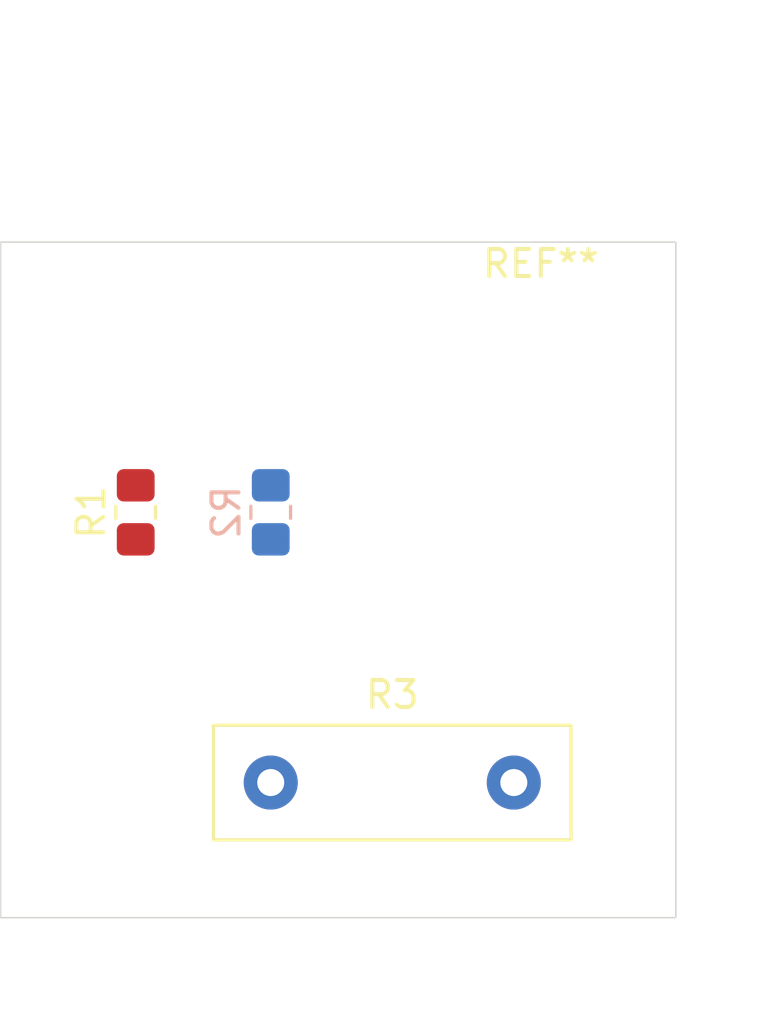
<source format=kicad_pcb>
(kicad_pcb (version 20221018) (generator pcbnew)
  (layers (0 "F.Cu" signal) (31 "B.Cu" signal) (34 "B.Paste" user) (35 "F.Paste" user) (36 "B.SilkS" user "B.Silkscreen") (37 "F.SilkS" user "F.Silkscreen") (38 "B.Mask" user) (39 "F.Mask" user) (44 "Edge.Cuts" user))
  (net 0 "")
  (footprint "Resistor_SMD:R_0805_2012Metric_Pad1.20x1.40mm_HandSolder" (layer "F.Cu") (at 105 35 90)
    (fp_text reference "R1" (at 0 -1.65 90) (layer "F.SilkS"))
    (fp_text value "R_0805_2012Metric_Pad1.20x1.40mm_HandSolder")
    (fp_line (start -0.227064 -0.735) (end 0.227064 -0.735) (stroke (width 0.12)) (layer "F.SilkS"))
    (fp_line (start -0.227064 0.735) (end 0.227064 0.735) (stroke (width 0.12)) (layer "F.SilkS"))
    (pad "1" smd roundrect (at -1 0 90) (size 1.2 1.4) (layers "F.Cu" "F.Paste" "F.Mask") (roundrect_rratio 0.208333))
    (pad "2" smd roundrect (at 1 0 90) (size 1.2 1.4) (layers "F.Cu" "F.Paste" "F.Mask") (roundrect_rratio 0.208333))
  )
  (footprint "Resistor_THT:R_Box_L13.0mm_W4.0mm_P9.00mm" (layer "F.Cu") (at 110 45)
    (fp_text reference "R3" (at 4.5 -3.25) (layer "F.SilkS"))
    (fp_text value "R_Box_L13.0mm_W4.0mm_P9.00mm")
    (fp_line (start -2.12 -2.12) (end -2.12 2.12) (stroke (width 0.12)) (layer "F.SilkS"))
    (fp_line (start -2.12 -2.12) (end 11.12 -2.12) (stroke (width 0.12)) (layer "F.SilkS"))
    (fp_line (start -2.12 2.12) (end 11.12 2.12) (stroke (width 0.12)) (layer "F.SilkS"))
    (fp_line (start 11.12 -2.12) (end 11.12 2.12) (stroke (width 0.12)) (layer "F.SilkS"))
    (pad "1" thru_hole circle (at 0 0) (size 2 2) (drill 1) (layers "*.Cu" "*.Mask"))
    (pad "2" thru_hole circle (at 9 0) (size 2 2) (drill 1) (layers "*.Cu" "*.Mask"))
  )
  (footprint "MountingHole:MountingHole_2.1mm" (layer "F.Cu") (at 120 29)
    (fp_text reference "REF**" (at 0 -3.2) (layer "F.SilkS"))
    (fp_text value "MountingHole_2.1mm")
    (pad "" np_thru_hole circle (at 0 0) (size 2.1 2.1) (drill 2.1) (layers "*.Cu" "*.Mask"))
  )
  (footprint "Resistor_SMD:R_0805_2012Metric_Pad1.20x1.40mm_HandSolder" (layer "B.Cu") (at 110 35 -90)
    (fp_text reference "R2" (at 0 1.65 -90) (layer "B.SilkS") (effects (justify mirror)))
    (fp_text value "R_0805_2012Metric_Pad1.20x1.40mm_HandSolder")
    (fp_line (start -0.227064 -0.735) (end 0.227064 -0.735) (stroke (width 0.12)) (layer "B.SilkS"))
    (fp_line (start -0.227064 0.735) (end 0.227064 0.735) (stroke (width 0.12)) (layer "B.SilkS"))
    (pad "1" smd roundrect (at -1 0 270) (size 1.2 1.4) (layers "B.Cu" "B.Paste" "B.Mask") (roundrect_rratio 0.208333))
    (pad "2" smd roundrect (at 1 0 270) (size 1.2 1.4) (layers "B.Cu" "B.Paste" "B.Mask") (roundrect_rratio 0.208333))
  )
  (gr_line (start 100 25) (end 100 50) (stroke (width 0.05)) (layer "Edge.Cuts"))
  (gr_line (start 125 25) (end 125 50) (stroke (width 0.05)) (layer "Edge.Cuts"))
  (gr_line (start 100 25) (end 125 25) (stroke (width 0.05)) (layer "Edge.Cuts"))
  (gr_line (start 100 50) (end 125 50) (stroke (width 0.05)) (layer "Edge.Cuts"))
)
</source>
